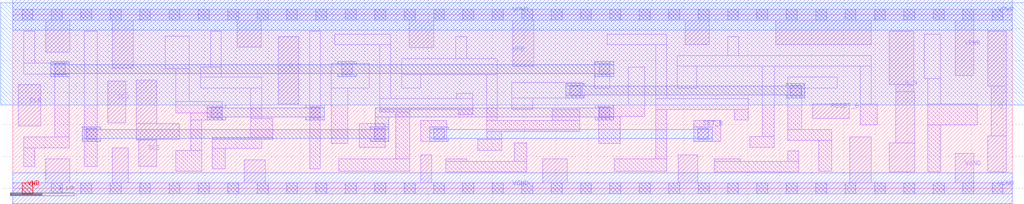
<source format=lef>
# Copyright 2020 The SkyWater PDK Authors
#
# Licensed under the Apache License, Version 2.0 (the "License");
# you may not use this file except in compliance with the License.
# You may obtain a copy of the License at
#
#     https://www.apache.org/licenses/LICENSE-2.0
#
# Unless required by applicable law or agreed to in writing, software
# distributed under the License is distributed on an "AS IS" BASIS,
# WITHOUT WARRANTIES OR CONDITIONS OF ANY KIND, either express or implied.
# See the License for the specific language governing permissions and
# limitations under the License.
#
# SPDX-License-Identifier: Apache-2.0

VERSION 5.7 ;
  NOWIREEXTENSIONATPIN ON ;
  DIVIDERCHAR "/" ;
  BUSBITCHARS "[]" ;
PROPERTYDEFINITIONS
  MACRO maskLayoutSubType STRING ;
  MACRO prCellType STRING ;
  MACRO originalViewName STRING ;
END PROPERTYDEFINITIONS
MACRO sky130_fd_sc_hdll__sdfbbp_1
  CLASS CORE ;
  FOREIGN sky130_fd_sc_hdll__sdfbbp_1 ;
  ORIGIN  0.000000  0.000000 ;
  SIZE  15.64000 BY  2.720000 ;
  SYMMETRY X Y R90 ;
  SITE unithd ;
  PIN CLK
    ANTENNAGATEAREA  0.178200 ;
    DIRECTION INPUT ;
    USE SIGNAL ;
    PORT
      LAYER li1 ;
        RECT 0.085000 0.975000 0.435000 1.625000 ;
    END
  END CLK
  PIN D
    ANTENNAGATEAREA  0.138600 ;
    DIRECTION INPUT ;
    USE SIGNAL ;
    PORT
      LAYER li1 ;
        RECT 4.155000 1.325000 4.475000 2.375000 ;
    END
  END D
  PIN Q
    ANTENNADIFFAREA  0.439000 ;
    DIRECTION OUTPUT ;
    USE SIGNAL ;
    PORT
      LAYER li1 ;
        RECT 15.260000 0.255000 15.545000 0.825000 ;
        RECT 15.260000 1.605000 15.545000 2.465000 ;
        RECT 15.310000 0.825000 15.545000 1.605000 ;
    END
  END Q
  PIN Q_N
    ANTENNADIFFAREA  0.595750 ;
    DIRECTION OUTPUT ;
    USE SIGNAL ;
    PORT
      LAYER li1 ;
        RECT 13.715000 0.255000 14.115000 0.715000 ;
        RECT 13.715000 1.630000 14.095000 2.465000 ;
        RECT 13.820000 0.715000 14.115000 1.520000 ;
        RECT 13.820000 1.520000 14.095000 1.630000 ;
    END
  END Q_N
  PIN RESET_B
    ANTENNAGATEAREA  0.178200 ;
    DIRECTION INPUT ;
    USE SIGNAL ;
    PORT
      LAYER li1 ;
        RECT 12.515000 1.095000 13.090000 1.325000 ;
    END
  END RESET_B
  PIN SCD
    ANTENNAGATEAREA  0.178200 ;
    DIRECTION INPUT ;
    USE SIGNAL ;
    PORT
      LAYER li1 ;
        RECT 1.490000 1.025000 1.765000 1.685000 ;
    END
  END SCD
  PIN SCE
    ANTENNAGATEAREA  0.277200 ;
    DIRECTION INPUT ;
    USE SIGNAL ;
    PORT
      LAYER li1 ;
        RECT 1.935000 0.760000 2.255000 0.765000 ;
        RECT 1.935000 0.765000 2.605000 1.015000 ;
        RECT 1.935000 1.015000 2.255000 1.695000 ;
        RECT 1.975000 0.345000 2.255000 0.760000 ;
    END
  END SCE
  PIN SET_B
    ANTENNAGATEAREA  0.277200 ;
    DIRECTION INPUT ;
    USE SIGNAL ;
    PORT
      LAYER met1 ;
        RECT  6.525000 0.735000  6.815000 0.780000 ;
        RECT  6.525000 0.780000 10.945000 0.920000 ;
        RECT  6.525000 0.920000  6.815000 0.965000 ;
        RECT 10.655000 0.735000 10.945000 0.780000 ;
        RECT 10.655000 0.920000 10.945000 0.965000 ;
    END
  END SET_B
  PIN VGND
    ANTENNADIFFAREA  1.524700 ;
    DIRECTION INOUT ;
    USE SIGNAL ;
    PORT
      LAYER li1 ;
        RECT  0.000000 -0.085000 15.640000 0.085000 ;
        RECT  0.515000  0.085000  0.895000 0.465000 ;
        RECT  1.555000  0.085000  1.805000 0.635000 ;
        RECT  3.620000  0.085000  3.950000 0.445000 ;
        RECT  6.385000  0.085000  6.555000 0.525000 ;
        RECT  8.290000  0.085000  8.675000 0.465000 ;
        RECT 10.410000  0.085000 10.720000 0.525000 ;
        RECT 13.100000  0.085000 13.430000 0.805000 ;
        RECT 14.750000  0.085000 15.040000 0.545000 ;
      LAYER mcon ;
        RECT  0.145000 -0.085000  0.315000 0.085000 ;
        RECT  0.605000 -0.085000  0.775000 0.085000 ;
        RECT  1.065000 -0.085000  1.235000 0.085000 ;
        RECT  1.525000 -0.085000  1.695000 0.085000 ;
        RECT  1.985000 -0.085000  2.155000 0.085000 ;
        RECT  2.445000 -0.085000  2.615000 0.085000 ;
        RECT  2.905000 -0.085000  3.075000 0.085000 ;
        RECT  3.365000 -0.085000  3.535000 0.085000 ;
        RECT  3.825000 -0.085000  3.995000 0.085000 ;
        RECT  4.285000 -0.085000  4.455000 0.085000 ;
        RECT  4.745000 -0.085000  4.915000 0.085000 ;
        RECT  5.205000 -0.085000  5.375000 0.085000 ;
        RECT  5.665000 -0.085000  5.835000 0.085000 ;
        RECT  6.125000 -0.085000  6.295000 0.085000 ;
        RECT  6.585000 -0.085000  6.755000 0.085000 ;
        RECT  7.045000 -0.085000  7.215000 0.085000 ;
        RECT  7.505000 -0.085000  7.675000 0.085000 ;
        RECT  7.965000 -0.085000  8.135000 0.085000 ;
        RECT  8.425000 -0.085000  8.595000 0.085000 ;
        RECT  8.885000 -0.085000  9.055000 0.085000 ;
        RECT  9.345000 -0.085000  9.515000 0.085000 ;
        RECT  9.805000 -0.085000  9.975000 0.085000 ;
        RECT 10.265000 -0.085000 10.435000 0.085000 ;
        RECT 10.725000 -0.085000 10.895000 0.085000 ;
        RECT 11.185000 -0.085000 11.355000 0.085000 ;
        RECT 11.645000 -0.085000 11.815000 0.085000 ;
        RECT 12.105000 -0.085000 12.275000 0.085000 ;
        RECT 12.565000 -0.085000 12.735000 0.085000 ;
        RECT 13.025000 -0.085000 13.195000 0.085000 ;
        RECT 13.485000 -0.085000 13.655000 0.085000 ;
        RECT 13.945000 -0.085000 14.115000 0.085000 ;
        RECT 14.405000 -0.085000 14.575000 0.085000 ;
        RECT 14.865000 -0.085000 15.035000 0.085000 ;
        RECT 15.325000 -0.085000 15.495000 0.085000 ;
    END
    PORT
      LAYER met1 ;
        RECT 0.000000 -0.240000 15.640000 0.240000 ;
    END
  END VGND
  PIN VPWR
    ANTENNADIFFAREA  2.152000 ;
    DIRECTION INOUT ;
    USE SIGNAL ;
    PORT
      LAYER li1 ;
        RECT  0.000000 2.635000 15.640000 2.805000 ;
        RECT  0.515000 2.135000  0.895000 2.635000 ;
        RECT  1.555000 1.885000  1.885000 2.635000 ;
        RECT  3.510000 2.215000  3.890000 2.635000 ;
        RECT  6.205000 2.205000  6.585000 2.635000 ;
        RECT  7.825000 1.915000  8.155000 2.635000 ;
        RECT 10.520000 2.255000 10.900000 2.635000 ;
        RECT 11.940000 2.255000 13.430000 2.635000 ;
        RECT 14.745000 1.765000 15.040000 2.635000 ;
      LAYER mcon ;
        RECT  0.145000 2.635000  0.315000 2.805000 ;
        RECT  0.605000 2.635000  0.775000 2.805000 ;
        RECT  1.065000 2.635000  1.235000 2.805000 ;
        RECT  1.525000 2.635000  1.695000 2.805000 ;
        RECT  1.985000 2.635000  2.155000 2.805000 ;
        RECT  2.445000 2.635000  2.615000 2.805000 ;
        RECT  2.905000 2.635000  3.075000 2.805000 ;
        RECT  3.365000 2.635000  3.535000 2.805000 ;
        RECT  3.825000 2.635000  3.995000 2.805000 ;
        RECT  4.285000 2.635000  4.455000 2.805000 ;
        RECT  4.745000 2.635000  4.915000 2.805000 ;
        RECT  5.205000 2.635000  5.375000 2.805000 ;
        RECT  5.665000 2.635000  5.835000 2.805000 ;
        RECT  6.125000 2.635000  6.295000 2.805000 ;
        RECT  6.585000 2.635000  6.755000 2.805000 ;
        RECT  7.045000 2.635000  7.215000 2.805000 ;
        RECT  7.505000 2.635000  7.675000 2.805000 ;
        RECT  7.965000 2.635000  8.135000 2.805000 ;
        RECT  8.425000 2.635000  8.595000 2.805000 ;
        RECT  8.885000 2.635000  9.055000 2.805000 ;
        RECT  9.345000 2.635000  9.515000 2.805000 ;
        RECT  9.805000 2.635000  9.975000 2.805000 ;
        RECT 10.265000 2.635000 10.435000 2.805000 ;
        RECT 10.725000 2.635000 10.895000 2.805000 ;
        RECT 11.185000 2.635000 11.355000 2.805000 ;
        RECT 11.645000 2.635000 11.815000 2.805000 ;
        RECT 12.105000 2.635000 12.275000 2.805000 ;
        RECT 12.565000 2.635000 12.735000 2.805000 ;
        RECT 13.025000 2.635000 13.195000 2.805000 ;
        RECT 13.485000 2.635000 13.655000 2.805000 ;
        RECT 13.945000 2.635000 14.115000 2.805000 ;
        RECT 14.405000 2.635000 14.575000 2.805000 ;
        RECT 14.865000 2.635000 15.035000 2.805000 ;
        RECT 15.325000 2.635000 15.495000 2.805000 ;
    END
    PORT
      LAYER met1 ;
        RECT 0.000000 2.480000 15.640000 2.960000 ;
    END
  END VPWR
  PIN VNB
    DIRECTION INOUT ;
    USE GROUND ;
    PORT
      LAYER pwell ;
        RECT 0.145000 -0.085000 0.315000 0.085000 ;
    END
  END VNB
  PIN VPB
    DIRECTION INOUT ;
    USE POWER ;
    PORT
      LAYER nwell ;
        RECT -0.190000 1.305000 15.830000 2.910000 ;
    END
  END VPB
  OBS
    LAYER li1 ;
      RECT  0.170000 0.345000  0.345000 0.635000 ;
      RECT  0.170000 0.635000  0.885000 0.805000 ;
      RECT  0.170000 1.795000  0.885000 1.965000 ;
      RECT  0.170000 1.965000  0.345000 2.465000 ;
      RECT  0.655000 0.805000  0.885000 1.795000 ;
      RECT  1.115000 0.345000  1.320000 2.465000 ;
      RECT  2.385000 1.875000  2.765000 2.385000 ;
      RECT  2.550000 0.265000  2.955000 0.595000 ;
      RECT  2.550000 1.185000  3.275000 1.365000 ;
      RECT  2.550000 1.365000  2.765000 1.875000 ;
      RECT  2.785000 0.595000  2.955000 1.075000 ;
      RECT  2.785000 1.075000  3.275000 1.185000 ;
      RECT  2.945000 1.575000  3.895000 1.745000 ;
      RECT  2.945000 1.745000  3.265000 1.905000 ;
      RECT  3.095000 1.905000  3.265000 2.465000 ;
      RECT  3.125000 0.305000  3.325000 0.625000 ;
      RECT  3.125000 0.625000  3.895000 0.765000 ;
      RECT  3.125000 0.765000  4.070000 0.795000 ;
      RECT  3.725000 0.795000  4.070000 1.095000 ;
      RECT  3.725000 1.095000  3.895000 1.575000 ;
      RECT  4.645000 0.305000  4.815000 2.465000 ;
      RECT  4.985000 0.705000  5.245000 1.575000 ;
      RECT  4.985000 1.575000  5.575000 1.955000 ;
      RECT  5.035000 2.250000  5.915000 2.420000 ;
      RECT  5.100000 0.265000  6.215000 0.465000 ;
      RECT  5.425000 0.645000  5.825000 1.015000 ;
      RECT  5.745000 1.195000  6.215000 1.235000 ;
      RECT  5.745000 1.235000  7.195000 1.405000 ;
      RECT  5.745000 1.405000  5.915000 2.250000 ;
      RECT  5.995000 0.465000  6.215000 1.195000 ;
      RECT  6.085000 1.575000  6.385000 1.785000 ;
      RECT  6.085000 1.785000  7.585000 2.035000 ;
      RECT  6.385000 0.735000  6.795000 1.065000 ;
      RECT  6.775000 0.255000  8.045000 0.425000 ;
      RECT  6.775000 0.425000  7.105000 0.465000 ;
      RECT  6.935000 2.035000  7.105000 2.375000 ;
      RECT  6.945000 1.405000  7.195000 1.485000 ;
      RECT  6.975000 1.155000  7.195000 1.235000 ;
      RECT  7.275000 0.595000  7.655000 0.765000 ;
      RECT  7.415000 0.765000  7.655000 0.895000 ;
      RECT  7.415000 0.895000  8.875000 1.065000 ;
      RECT  7.415000 1.065000  7.585000 1.785000 ;
      RECT  7.805000 1.235000  8.135000 1.415000 ;
      RECT  7.805000 1.415000  8.910000 1.655000 ;
      RECT  7.850000 0.425000  8.045000 0.715000 ;
      RECT  8.445000 1.065000  8.875000 1.235000 ;
      RECT  9.110000 1.575000  9.345000 1.985000 ;
      RECT  9.170000 0.705000  9.510000 1.125000 ;
      RECT  9.170000 1.125000  9.890000 1.305000 ;
      RECT  9.300000 2.250000 10.230000 2.420000 ;
      RECT  9.415000 0.265000 10.230000 0.465000 ;
      RECT  9.635000 1.305000  9.890000 1.905000 ;
      RECT 10.060000 0.465000 10.230000 1.235000 ;
      RECT 10.060000 1.235000 11.510000 1.405000 ;
      RECT 10.060000 1.405000 10.230000 2.250000 ;
      RECT 10.400000 1.575000 10.700000 1.915000 ;
      RECT 10.400000 1.915000 13.430000 2.085000 ;
      RECT 10.655000 0.735000 11.080000 1.065000 ;
      RECT 10.980000 0.255000 12.300000 0.425000 ;
      RECT 10.980000 0.425000 11.380000 0.465000 ;
      RECT 11.190000 2.085000 11.360000 2.375000 ;
      RECT 11.290000 1.075000 11.510000 1.235000 ;
      RECT 11.535000 0.645000 11.915000 0.815000 ;
      RECT 11.730000 0.815000 11.915000 1.915000 ;
      RECT 12.125000 0.425000 12.300000 0.585000 ;
      RECT 12.130000 0.755000 12.815000 0.925000 ;
      RECT 12.130000 0.925000 12.345000 1.575000 ;
      RECT 12.130000 1.575000 12.905000 1.745000 ;
      RECT 12.615000 0.265000 12.815000 0.755000 ;
      RECT 13.260000 0.995000 13.525000 1.325000 ;
      RECT 13.260000 1.325000 13.430000 1.915000 ;
      RECT 14.265000 1.725000 14.520000 2.415000 ;
      RECT 14.315000 0.255000 14.520000 0.995000 ;
      RECT 14.315000 0.995000 15.090000 1.325000 ;
      RECT 14.315000 1.325000 14.520000 1.725000 ;
    LAYER mcon ;
      RECT  0.655000 1.785000  0.825000 1.955000 ;
      RECT  1.150000 0.765000  1.320000 0.935000 ;
      RECT  3.105000 1.105000  3.275000 1.275000 ;
      RECT  4.645000 1.105000  4.815000 1.275000 ;
      RECT  5.145000 1.785000  5.315000 1.955000 ;
      RECT  5.655000 0.765000  5.825000 0.935000 ;
      RECT  6.585000 0.765000  6.755000 0.935000 ;
      RECT  8.715000 1.445000  8.885000 1.615000 ;
      RECT  9.175000 1.105000  9.345000 1.275000 ;
      RECT  9.175000 1.785000  9.345000 1.955000 ;
      RECT 10.715000 0.765000 10.885000 0.935000 ;
      RECT 12.165000 1.445000 12.335000 1.615000 ;
    LAYER met1 ;
      RECT  0.595000 1.755000  0.885000 1.800000 ;
      RECT  0.595000 1.800000  9.405000 1.940000 ;
      RECT  0.595000 1.940000  0.885000 1.985000 ;
      RECT  1.090000 0.735000  1.380000 0.780000 ;
      RECT  1.090000 0.780000  5.885000 0.920000 ;
      RECT  1.090000 0.920000  1.380000 0.965000 ;
      RECT  3.045000 1.075000  3.335000 1.120000 ;
      RECT  3.045000 1.120000  4.875000 1.260000 ;
      RECT  3.045000 1.260000  3.335000 1.305000 ;
      RECT  4.585000 1.075000  4.875000 1.120000 ;
      RECT  4.585000 1.260000  4.875000 1.305000 ;
      RECT  5.085000 1.755000  5.375000 1.800000 ;
      RECT  5.085000 1.940000  5.375000 1.985000 ;
      RECT  5.595000 0.735000  5.885000 0.780000 ;
      RECT  5.595000 0.920000  5.885000 0.965000 ;
      RECT  5.670000 0.965000  5.885000 1.120000 ;
      RECT  5.670000 1.120000  9.405000 1.260000 ;
      RECT  8.655000 1.415000  8.945000 1.460000 ;
      RECT  8.655000 1.460000 12.395000 1.600000 ;
      RECT  8.655000 1.600000  8.945000 1.645000 ;
      RECT  9.115000 1.075000  9.405000 1.120000 ;
      RECT  9.115000 1.260000  9.405000 1.305000 ;
      RECT  9.115000 1.755000  9.405000 1.800000 ;
      RECT  9.115000 1.940000  9.405000 1.985000 ;
      RECT 12.105000 1.415000 12.395000 1.460000 ;
      RECT 12.105000 1.600000 12.395000 1.645000 ;
  END
  PROPERTY maskLayoutSubType "abstract" ;
  PROPERTY prCellType "standard" ;
  PROPERTY originalViewName "layout" ;
END sky130_fd_sc_hdll__sdfbbp_1
END LIBRARY

</source>
